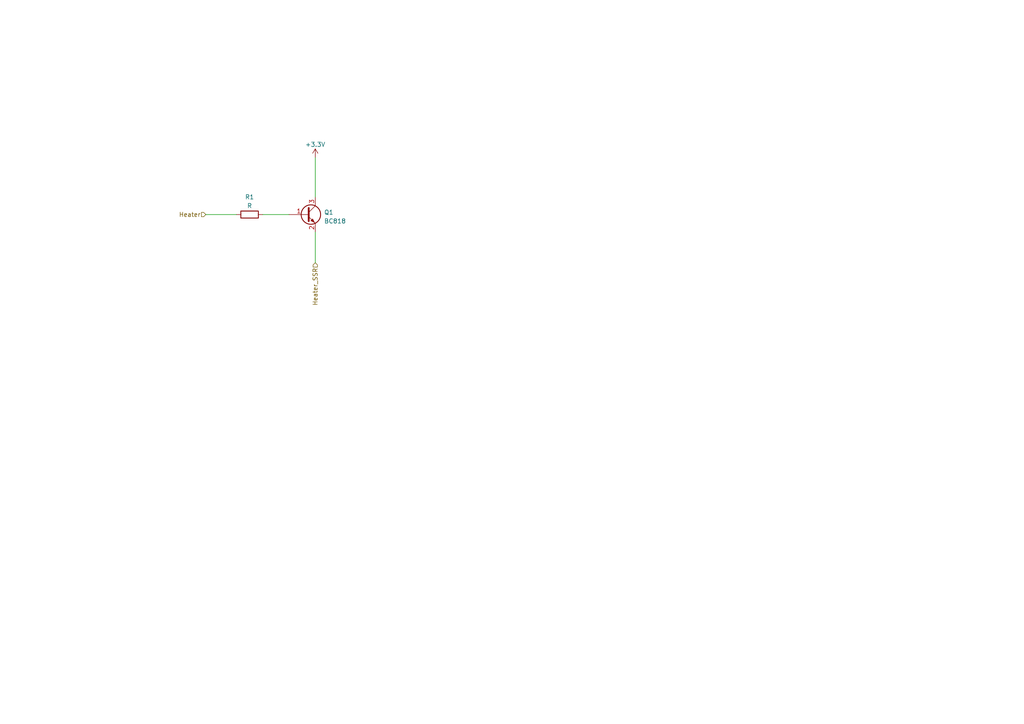
<source format=kicad_sch>
(kicad_sch (version 20230121) (generator eeschema)
  (paper "A4")
  (lib_symbols
    (symbol "Device:R" (pin_numbers hide) (pin_names (offset 0))
      (property "Reference" "R" (at 2.032 0 90))
      (property "Value" "R" (at 0 0 90))
      (symbol "R_0_1"
        (rectangle (start -1.016 -2.54) (end 1.016 2.54) (stroke (width 0.254)))
      )
      (symbol "R_1_1"
        (pin passive line (at 0 3.81 270) (length 1.27) (name "~") (number "1"))
        (pin passive line (at 0 -3.81 90) (length 1.27) (name "~") (number "2"))
      )
    )
    (symbol "Transistor_BJT:BC818" (pin_names (offset 0) hide)
      (property "Reference" "Q" (at 5.08 1.905 0))
      (property "Value" "BC818" (at 5.08 0 0))
      (symbol "BC818_0_1"
        (polyline (pts (xy 0.635 0.635) (xy 2.54 2.54)))
        (polyline (pts (xy 0.635 -0.635) (xy 2.54 -2.54) (xy 2.54 -2.54)))
        (polyline (pts (xy 0.635 1.905) (xy 0.635 -1.905) (xy 0.635 -1.905)) (stroke (width 0.508)))
        (polyline (pts (xy 1.27 -1.778) (xy 1.778 -1.27) (xy 2.286 -2.286) (xy 1.27 -1.778) (xy 1.27 -1.778)) (fill (type outline)))
        (circle (center 1.27 0) (radius 2.8194) (stroke (width 0.254)))
      )
      (symbol "BC818_1_1"
        (pin input line (at -5.08 0 0) (length 5.715) (name "B") (number "1"))
        (pin passive line (at 2.54 -5.08 90) (length 2.54) (name "E") (number "2"))
        (pin passive line (at 2.54 5.08 270) (length 2.54) (name "C") (number "3"))
      )
    )
    (symbol "power:+3.3V" (power) (pin_names (offset 0))
      (property "Value" "+3.3V" (at 0 3.556 0))
      (symbol "+3.3V_0_1"
        (polyline (pts (xy -0.762 1.27) (xy 0 2.54)))
        (polyline (pts (xy 0 0) (xy 0 2.54)))
        (polyline (pts (xy 0 2.54) (xy 0.762 1.27)))
      )
      (symbol "+3.3V_1_1"
        (pin power_in line (at 0 0 90) (length 0) hide (name "+3.3V") (number "1"))
      )
    )
  )
  (wire (pts (xy 59.69 62.23) (xy 68.58 62.23)))
  (wire (pts (xy 91.44 67.31) (xy 91.44 76.2)))
  (wire (pts (xy 76.2 62.23) (xy 83.82 62.23)))
  (wire (pts (xy 91.44 45.72) (xy 91.44 57.15)))
  (hierarchical_label "Heater" (shape input) (at 59.69 62.23 180))
  (hierarchical_label "Heater_SSR" (shape input) (at 91.44 76.2 270))
  (symbol (lib_id "power:+3.3V") (at 91.44 45.72 0) (unit 1)
    (property "Reference" "#PWR01" (effects hide))
    (property "Value" "+3.3V" (at 91.44 41.91 0))
  )
  (symbol (lib_id "Device:R") (at 72.39 62.23 90) (unit 1)
    (property "Reference" "R1" (at 72.39 57.15 90))
    (property "Value" "R" (at 72.39 59.69 90))
  )
  (symbol (lib_id "Transistor_BJT:BC818") (at 88.9 62.23 0) (unit 1)
    (property "Reference" "Q1" (at 93.98 61.595 0) (effects (justify left)))
    (property "Value" "BC818" (at 93.98 64.135 0) (effects (justify left)))
    (property "Footprint" "Package_TO_SOT_SMD:SOT-23" (effects hide))
    (property "Datasheet" "https://www.onsemi.com/pub/Collateral/BC818-D.pdf" (effects hide))
  )
)
</source>
